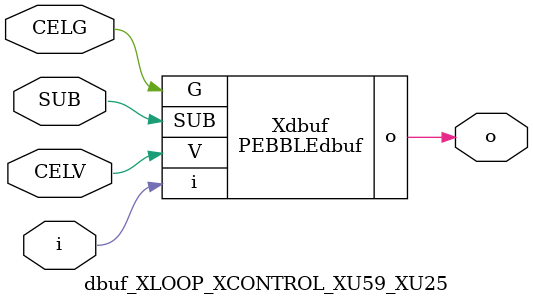
<source format=v>



module PEBBLEdbuf ( o, G, SUB, V, i );

  input V;
  input i;
  input G;
  output o;
  input SUB;
endmodule

//Celera Confidential Do Not Copy dbuf_XLOOP_XCONTROL_XU59_XU25
//Celera Confidential Symbol Generator
//Digital Buffer
module dbuf_XLOOP_XCONTROL_XU59_XU25 (CELV,CELG,i,o,SUB);
input CELV;
input CELG;
input i;
input SUB;
output o;

//Celera Confidential Do Not Copy dbuf
PEBBLEdbuf Xdbuf(
.V (CELV),
.i (i),
.o (o),
.SUB (SUB),
.G (CELG)
);
//,diesize,PEBBLEdbuf

//Celera Confidential Do Not Copy Module End
//Celera Schematic Generator
endmodule

</source>
